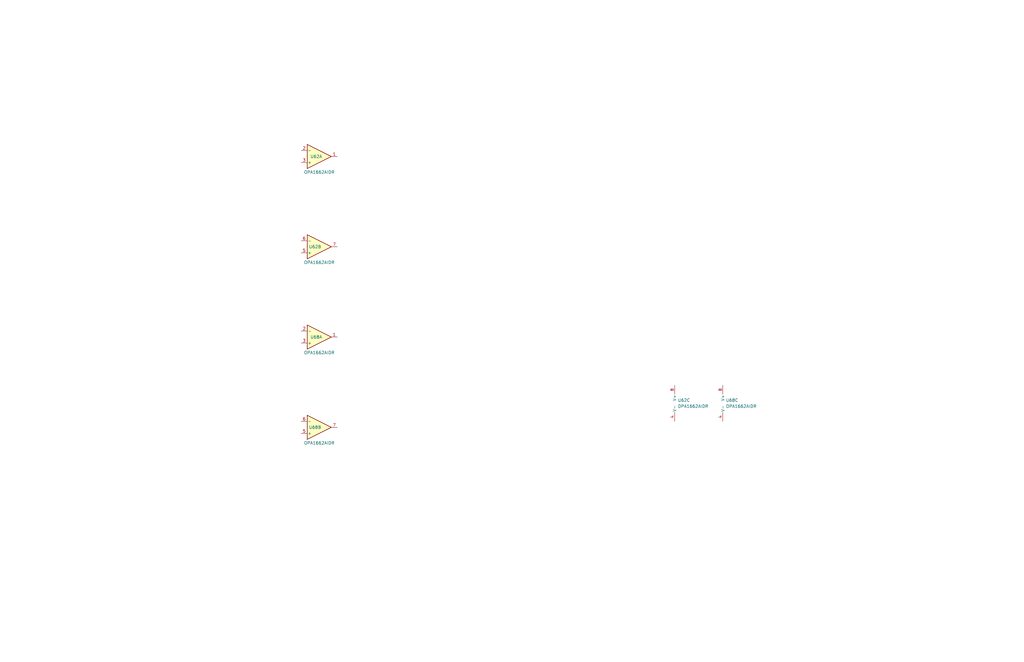
<source format=kicad_sch>
(kicad_sch (version 20250114) (generator "eeschema") (generator_version "9.0")
  (paper "B")
  (lib_symbols
    (symbol "Amplifier_Operational:OPA1656ID" (pin_names (offset 0.127))
      (property "Reference" "U" (at 0 5.08 0))
      (property "Value" "OPA1656ID" (at 0 -5.08 0))
      (symbol "OPA1656ID_1_1"
        (polyline (pts (xy -5.08 5.08) (xy 5.08 0) (xy -5.08 -5.08) (xy -5.08 5.08)) (stroke (width 0.254)) (fill (type background)))
        (pin input line (at -7.62 2.54 0) (length 2.54) (name "+") (number "3"))
        (pin input line (at -7.62 -2.54 0) (length 2.54) (name "-") (number "2"))
        (pin output line (at 7.62 0 180) (length 2.54) (name "~") (number "1"))
      )
      (symbol "OPA1656ID_2_1"
        (polyline (pts (xy -5.08 5.08) (xy 5.08 0) (xy -5.08 -5.08) (xy -5.08 5.08)) (stroke (width 0.254)) (fill (type background)))
        (pin input line (at -7.62 2.54 0) (length 2.54) (name "+") (number "5"))
        (pin input line (at -7.62 -2.54 0) (length 2.54) (name "-") (number "6"))
        (pin output line (at 7.62 0 180) (length 2.54) (name "~") (number "7"))
      )
      (symbol "OPA1656ID_3_1"
        (pin power_in line (at -2.54 7.62 270) (length 3.81) (name "V+") (number "8"))
        (pin power_in line (at -2.54 -7.62 90) (length 3.81) (name "V-") (number "4"))
      )
    )
  )
  (symbol (lib_id "Amplifier_Operational:OPA1656ID") (at 134.62 180.34 0) (mirror x) (unit 2)
    (property "Reference" "U68" (at 132.842 180.34 0))
    (property "Value" "OPA1662AIDR" (at 134.62 186.944 0))
    (property "Footprint" "Package_SO:SOIC-8_3.9x4.9mm_P1.27mm" (effects (hide yes)))
    (property "Datasheet" "https://www.ti.com/lit/ds/symlink/opa1662.pdf?HQS=dis-dk-null-digikeymode-dsf-pf-null-wwe&ts=1750397590108&ref_url=https%253A%252F%252Fwww.ti.com%252Fgeneral%252Fdocs%252Fsuppproductinfo.tsp%253FdistId%253D10%2526gotoUrl%253Dhttps%253A%252F%252Fwww.ti.com%252Flit%252Fgpn%252Fopa1662" (effects (hide yes)))
    (property "Description" "Dual Ultra-Low-Noise, Low-Distortion, FET-Input, Burr-Brown Audio Operational Amplifiers, SOIC-8" (effects (hide yes)))
  )
  (symbol (lib_id "Amplifier_Operational:OPA1656ID") (at 307.34 170.18 0) (unit 3)
    (property "Reference" "U68" (at 306.07 168.9099 0) (effects (justify left)))
    (property "Value" "OPA1662AIDR" (at 306.07 171.4499 0) (effects (justify left)))
    (property "Footprint" "Package_SO:SOIC-8_3.9x4.9mm_P1.27mm" (effects (hide yes)))
    (property "Datasheet" "https://www.ti.com/lit/ds/symlink/opa1662.pdf?HQS=dis-dk-null-digikeymode-dsf-pf-null-wwe&ts=1750397590108&ref_url=https%253A%252F%252Fwww.ti.com%252Fgeneral%252Fdocs%252Fsuppproductinfo.tsp%253FdistId%253D10%2526gotoUrl%253Dhttps%253A%252F%252Fwww.ti.com%252Flit%252Fgpn%252Fopa1662" (effects (hide yes)))
    (property "Description" "Dual Ultra-Low-Noise, Low-Distortion, FET-Input, Burr-Brown Audio Operational Amplifiers, SOIC-8" (effects (hide yes)))
  )
  (symbol (lib_id "Amplifier_Operational:OPA1656ID") (at 287.02 170.18 0) (unit 3)
    (property "Reference" "U62" (at 285.75 168.9099 0) (effects (justify left)))
    (property "Value" "OPA1662AIDR" (at 285.75 171.4499 0) (effects (justify left)))
    (property "Footprint" "Package_SO:SOIC-8_3.9x4.9mm_P1.27mm" (effects (hide yes)))
    (property "Datasheet" "https://www.ti.com/lit/ds/symlink/opa1662.pdf?HQS=dis-dk-null-digikeymode-dsf-pf-null-wwe&ts=1750397590108&ref_url=https%253A%252F%252Fwww.ti.com%252Fgeneral%252Fdocs%252Fsuppproductinfo.tsp%253FdistId%253D10%2526gotoUrl%253Dhttps%253A%252F%252Fwww.ti.com%252Flit%252Fgpn%252Fopa1662" (effects (hide yes)))
    (property "Description" "Dual Ultra-Low-Noise, Low-Distortion, FET-Input, Burr-Brown Audio Operational Amplifiers, SOIC-8" (effects (hide yes)))
  )
  (symbol (lib_id "Amplifier_Operational:OPA1656ID") (at 134.62 104.14 0) (mirror x) (unit 2)
    (property "Reference" "U62" (at 132.842 104.14 0))
    (property "Value" "OPA1662AIDR" (at 134.62 110.744 0))
    (property "Footprint" "Package_SO:SOIC-8_3.9x4.9mm_P1.27mm" (effects (hide yes)))
    (property "Datasheet" "https://www.ti.com/lit/ds/symlink/opa1662.pdf?HQS=dis-dk-null-digikeymode-dsf-pf-null-wwe&ts=1750397590108&ref_url=https%253A%252F%252Fwww.ti.com%252Fgeneral%252Fdocs%252Fsuppproductinfo.tsp%253FdistId%253D10%2526gotoUrl%253Dhttps%253A%252F%252Fwww.ti.com%252Flit%252Fgpn%252Fopa1662" (effects (hide yes)))
    (property "Description" "Dual Ultra-Low-Noise, Low-Distortion, FET-Input, Burr-Brown Audio Operational Amplifiers, SOIC-8" (effects (hide yes)))
  )
  (symbol (lib_id "Amplifier_Operational:OPA1656ID") (at 134.62 142.24 0) (mirror x) (unit 1)
    (property "Reference" "U68" (at 133.35 142.24 0))
    (property "Value" "OPA1662AIDR" (at 134.62 148.844 0))
    (property "Footprint" "Package_SO:SOIC-8_3.9x4.9mm_P1.27mm" (effects (hide yes)))
    (property "Datasheet" "https://www.ti.com/lit/ds/symlink/opa1662.pdf?HQS=dis-dk-null-digikeymode-dsf-pf-null-wwe&ts=1750397590108&ref_url=https%253A%252F%252Fwww.ti.com%252Fgeneral%252Fdocs%252Fsuppproductinfo.tsp%253FdistId%253D10%2526gotoUrl%253Dhttps%253A%252F%252Fwww.ti.com%252Flit%252Fgpn%252Fopa1662" (effects (hide yes)))
    (property "Description" "Dual Ultra-Low-Noise, Low-Distortion, FET-Input, Burr-Brown Audio Operational Amplifiers, SOIC-8" (effects (hide yes)))
  )
  (symbol (lib_id "Amplifier_Operational:OPA1656ID") (at 134.62 66.04 0) (mirror x) (unit 1)
    (property "Reference" "U62" (at 133.35 66.04 0))
    (property "Value" "OPA1662AIDR" (at 134.62 72.644 0))
    (property "Footprint" "Package_SO:SOIC-8_3.9x4.9mm_P1.27mm" (effects (hide yes)))
    (property "Datasheet" "https://www.ti.com/lit/ds/symlink/opa1662.pdf?HQS=dis-dk-null-digikeymode-dsf-pf-null-wwe&ts=1750397590108&ref_url=https%253A%252F%252Fwww.ti.com%252Fgeneral%252Fdocs%252Fsuppproductinfo.tsp%253FdistId%253D10%2526gotoUrl%253Dhttps%253A%252F%252Fwww.ti.com%252Flit%252Fgpn%252Fopa1662" (effects (hide yes)))
    (property "Description" "Dual Ultra-Low-Noise, Low-Distortion, FET-Input, Burr-Brown Audio Operational Amplifiers, SOIC-8" (effects (hide yes)))
  )
)
</source>
